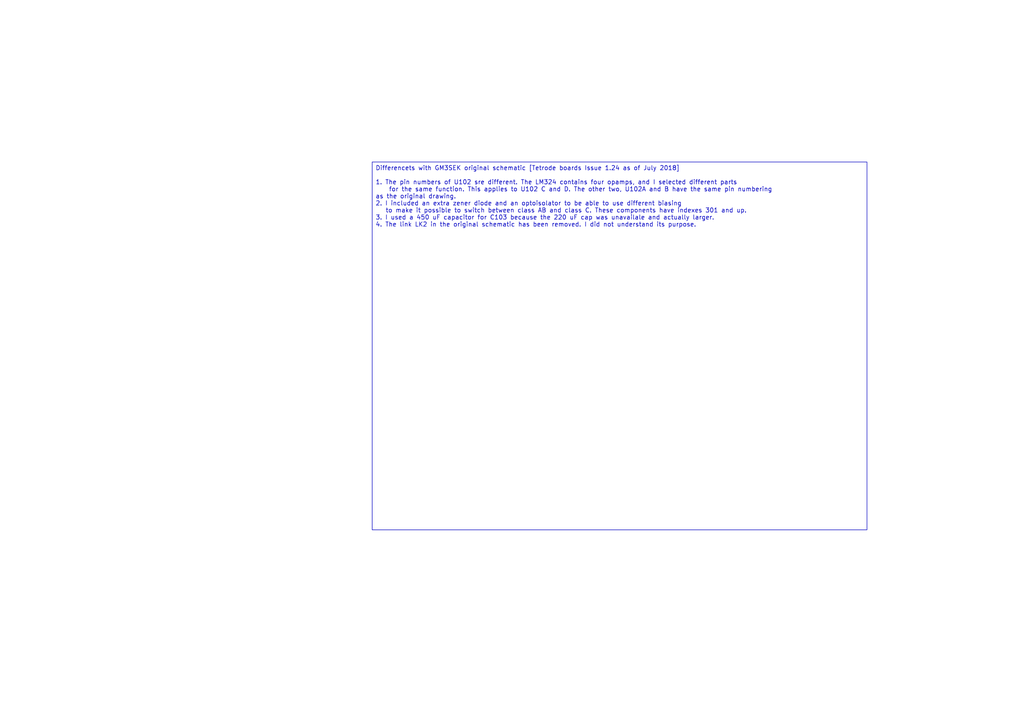
<source format=kicad_sch>
(kicad_sch
	(version 20231120)
	(generator "eeschema")
	(generator_version "8.0")
	(uuid "77943a99-cf40-4416-8ebd-c9ea5d3f1db0")
	(paper "A4")
	(lib_symbols)
	(text_box "Differencets with GM3SEK original schematic [Tetrode boards Issue 1.24 as of July 2018]\n\n1. The pin numbers of U102 sre different. The LM324 contains four opamps, and I selected different parts \n    for the same function. This applies to U102 C and D. The other two, U102A and B have the same pin numbering \nas the original drawing.\n2. I included an extra zener diode and an optoisolator to be able to use different biasing\n   to make it possible to switch between class AB and class C. These components have indexes 301 and up.\n3. I used a 450 uF capacitor for C103 because the 220 uF cap was unavailale and actually larger.\n4. The link LK2 in the original schematic has been removed. I did not understand its purpose.\n"
		(exclude_from_sim no)
		(at 107.95 46.99 0)
		(size 143.51 106.68)
		(stroke
			(width 0)
			(type default)
		)
		(fill
			(type none)
		)
		(effects
			(font
				(size 1.27 1.27)
			)
			(justify left top)
		)
		(uuid "17f273f4-1edc-4d04-a2a9-a51a4b07b0e4")
	)
)
</source>
